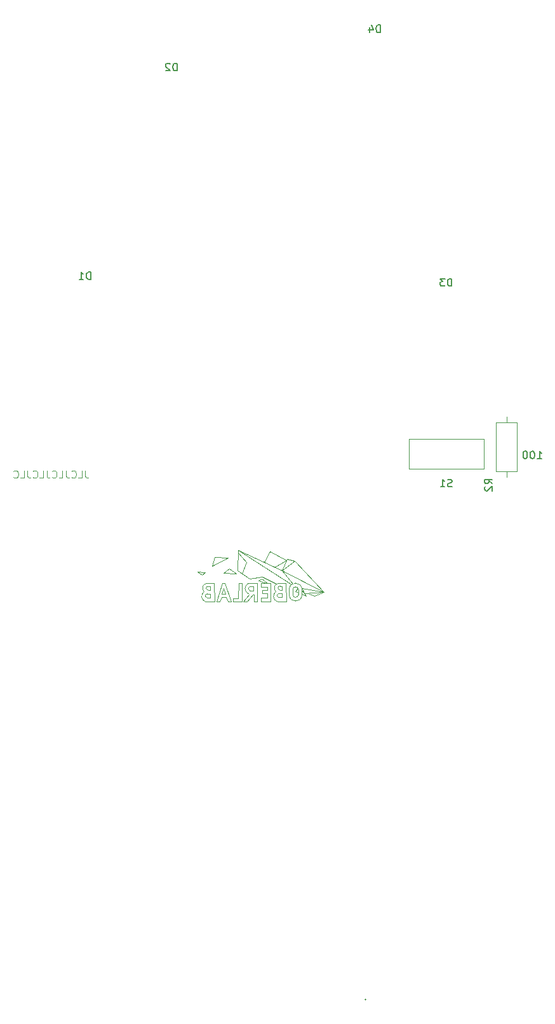
<source format=gbr>
%TF.GenerationSoftware,KiCad,Pcbnew,9.0.6*%
%TF.CreationDate,2025-11-21T09:20:11+01:00*%
%TF.ProjectId,BL_Santa,424c5f53-616e-4746-912e-6b696361645f,rev?*%
%TF.SameCoordinates,Original*%
%TF.FileFunction,Legend,Bot*%
%TF.FilePolarity,Positive*%
%FSLAX46Y46*%
G04 Gerber Fmt 4.6, Leading zero omitted, Abs format (unit mm)*
G04 Created by KiCad (PCBNEW 9.0.6) date 2025-11-21 09:20:11*
%MOMM*%
%LPD*%
G01*
G04 APERTURE LIST*
%ADD10C,0.100000*%
%ADD11C,0.150000*%
%ADD12C,0.120000*%
%ADD13C,0.050000*%
%ADD14C,0.010000*%
G04 APERTURE END LIST*
D10*
X125860401Y-120222419D02*
X125860401Y-120936704D01*
X125860401Y-120936704D02*
X125908020Y-121079561D01*
X125908020Y-121079561D02*
X126003258Y-121174800D01*
X126003258Y-121174800D02*
X126146115Y-121222419D01*
X126146115Y-121222419D02*
X126241353Y-121222419D01*
X124908020Y-121222419D02*
X125384210Y-121222419D01*
X125384210Y-121222419D02*
X125384210Y-120222419D01*
X124003258Y-121127180D02*
X124050877Y-121174800D01*
X124050877Y-121174800D02*
X124193734Y-121222419D01*
X124193734Y-121222419D02*
X124288972Y-121222419D01*
X124288972Y-121222419D02*
X124431829Y-121174800D01*
X124431829Y-121174800D02*
X124527067Y-121079561D01*
X124527067Y-121079561D02*
X124574686Y-120984323D01*
X124574686Y-120984323D02*
X124622305Y-120793847D01*
X124622305Y-120793847D02*
X124622305Y-120650990D01*
X124622305Y-120650990D02*
X124574686Y-120460514D01*
X124574686Y-120460514D02*
X124527067Y-120365276D01*
X124527067Y-120365276D02*
X124431829Y-120270038D01*
X124431829Y-120270038D02*
X124288972Y-120222419D01*
X124288972Y-120222419D02*
X124193734Y-120222419D01*
X124193734Y-120222419D02*
X124050877Y-120270038D01*
X124050877Y-120270038D02*
X124003258Y-120317657D01*
X123288972Y-120222419D02*
X123288972Y-120936704D01*
X123288972Y-120936704D02*
X123336591Y-121079561D01*
X123336591Y-121079561D02*
X123431829Y-121174800D01*
X123431829Y-121174800D02*
X123574686Y-121222419D01*
X123574686Y-121222419D02*
X123669924Y-121222419D01*
X122336591Y-121222419D02*
X122812781Y-121222419D01*
X122812781Y-121222419D02*
X122812781Y-120222419D01*
X121431829Y-121127180D02*
X121479448Y-121174800D01*
X121479448Y-121174800D02*
X121622305Y-121222419D01*
X121622305Y-121222419D02*
X121717543Y-121222419D01*
X121717543Y-121222419D02*
X121860400Y-121174800D01*
X121860400Y-121174800D02*
X121955638Y-121079561D01*
X121955638Y-121079561D02*
X122003257Y-120984323D01*
X122003257Y-120984323D02*
X122050876Y-120793847D01*
X122050876Y-120793847D02*
X122050876Y-120650990D01*
X122050876Y-120650990D02*
X122003257Y-120460514D01*
X122003257Y-120460514D02*
X121955638Y-120365276D01*
X121955638Y-120365276D02*
X121860400Y-120270038D01*
X121860400Y-120270038D02*
X121717543Y-120222419D01*
X121717543Y-120222419D02*
X121622305Y-120222419D01*
X121622305Y-120222419D02*
X121479448Y-120270038D01*
X121479448Y-120270038D02*
X121431829Y-120317657D01*
X120717543Y-120222419D02*
X120717543Y-120936704D01*
X120717543Y-120936704D02*
X120765162Y-121079561D01*
X120765162Y-121079561D02*
X120860400Y-121174800D01*
X120860400Y-121174800D02*
X121003257Y-121222419D01*
X121003257Y-121222419D02*
X121098495Y-121222419D01*
X119765162Y-121222419D02*
X120241352Y-121222419D01*
X120241352Y-121222419D02*
X120241352Y-120222419D01*
X118860400Y-121127180D02*
X118908019Y-121174800D01*
X118908019Y-121174800D02*
X119050876Y-121222419D01*
X119050876Y-121222419D02*
X119146114Y-121222419D01*
X119146114Y-121222419D02*
X119288971Y-121174800D01*
X119288971Y-121174800D02*
X119384209Y-121079561D01*
X119384209Y-121079561D02*
X119431828Y-120984323D01*
X119431828Y-120984323D02*
X119479447Y-120793847D01*
X119479447Y-120793847D02*
X119479447Y-120650990D01*
X119479447Y-120650990D02*
X119431828Y-120460514D01*
X119431828Y-120460514D02*
X119384209Y-120365276D01*
X119384209Y-120365276D02*
X119288971Y-120270038D01*
X119288971Y-120270038D02*
X119146114Y-120222419D01*
X119146114Y-120222419D02*
X119050876Y-120222419D01*
X119050876Y-120222419D02*
X118908019Y-120270038D01*
X118908019Y-120270038D02*
X118860400Y-120317657D01*
X118146114Y-120222419D02*
X118146114Y-120936704D01*
X118146114Y-120936704D02*
X118193733Y-121079561D01*
X118193733Y-121079561D02*
X118288971Y-121174800D01*
X118288971Y-121174800D02*
X118431828Y-121222419D01*
X118431828Y-121222419D02*
X118527066Y-121222419D01*
X117193733Y-121222419D02*
X117669923Y-121222419D01*
X117669923Y-121222419D02*
X117669923Y-120222419D01*
X116288971Y-121127180D02*
X116336590Y-121174800D01*
X116336590Y-121174800D02*
X116479447Y-121222419D01*
X116479447Y-121222419D02*
X116574685Y-121222419D01*
X116574685Y-121222419D02*
X116717542Y-121174800D01*
X116717542Y-121174800D02*
X116812780Y-121079561D01*
X116812780Y-121079561D02*
X116860399Y-120984323D01*
X116860399Y-120984323D02*
X116908018Y-120793847D01*
X116908018Y-120793847D02*
X116908018Y-120650990D01*
X116908018Y-120650990D02*
X116860399Y-120460514D01*
X116860399Y-120460514D02*
X116812780Y-120365276D01*
X116812780Y-120365276D02*
X116717542Y-120270038D01*
X116717542Y-120270038D02*
X116574685Y-120222419D01*
X116574685Y-120222419D02*
X116479447Y-120222419D01*
X116479447Y-120222419D02*
X116336590Y-120270038D01*
X116336590Y-120270038D02*
X116288971Y-120317657D01*
D11*
X126543094Y-94754819D02*
X126543094Y-93754819D01*
X126543094Y-93754819D02*
X126304999Y-93754819D01*
X126304999Y-93754819D02*
X126162142Y-93802438D01*
X126162142Y-93802438D02*
X126066904Y-93897676D01*
X126066904Y-93897676D02*
X126019285Y-93992914D01*
X126019285Y-93992914D02*
X125971666Y-94183390D01*
X125971666Y-94183390D02*
X125971666Y-94326247D01*
X125971666Y-94326247D02*
X126019285Y-94516723D01*
X126019285Y-94516723D02*
X126066904Y-94611961D01*
X126066904Y-94611961D02*
X126162142Y-94707200D01*
X126162142Y-94707200D02*
X126304999Y-94754819D01*
X126304999Y-94754819D02*
X126543094Y-94754819D01*
X125019285Y-94754819D02*
X125590713Y-94754819D01*
X125304999Y-94754819D02*
X125304999Y-93754819D01*
X125304999Y-93754819D02*
X125400237Y-93897676D01*
X125400237Y-93897676D02*
X125495475Y-93992914D01*
X125495475Y-93992914D02*
X125590713Y-94040533D01*
X174698094Y-95654819D02*
X174698094Y-94654819D01*
X174698094Y-94654819D02*
X174459999Y-94654819D01*
X174459999Y-94654819D02*
X174317142Y-94702438D01*
X174317142Y-94702438D02*
X174221904Y-94797676D01*
X174221904Y-94797676D02*
X174174285Y-94892914D01*
X174174285Y-94892914D02*
X174126666Y-95083390D01*
X174126666Y-95083390D02*
X174126666Y-95226247D01*
X174126666Y-95226247D02*
X174174285Y-95416723D01*
X174174285Y-95416723D02*
X174221904Y-95511961D01*
X174221904Y-95511961D02*
X174317142Y-95607200D01*
X174317142Y-95607200D02*
X174459999Y-95654819D01*
X174459999Y-95654819D02*
X174698094Y-95654819D01*
X173793332Y-94654819D02*
X173174285Y-94654819D01*
X173174285Y-94654819D02*
X173507618Y-95035771D01*
X173507618Y-95035771D02*
X173364761Y-95035771D01*
X173364761Y-95035771D02*
X173269523Y-95083390D01*
X173269523Y-95083390D02*
X173221904Y-95131009D01*
X173221904Y-95131009D02*
X173174285Y-95226247D01*
X173174285Y-95226247D02*
X173174285Y-95464342D01*
X173174285Y-95464342D02*
X173221904Y-95559580D01*
X173221904Y-95559580D02*
X173269523Y-95607200D01*
X173269523Y-95607200D02*
X173364761Y-95654819D01*
X173364761Y-95654819D02*
X173650475Y-95654819D01*
X173650475Y-95654819D02*
X173745713Y-95607200D01*
X173745713Y-95607200D02*
X173793332Y-95559580D01*
X165188094Y-61854819D02*
X165188094Y-60854819D01*
X165188094Y-60854819D02*
X164949999Y-60854819D01*
X164949999Y-60854819D02*
X164807142Y-60902438D01*
X164807142Y-60902438D02*
X164711904Y-60997676D01*
X164711904Y-60997676D02*
X164664285Y-61092914D01*
X164664285Y-61092914D02*
X164616666Y-61283390D01*
X164616666Y-61283390D02*
X164616666Y-61426247D01*
X164616666Y-61426247D02*
X164664285Y-61616723D01*
X164664285Y-61616723D02*
X164711904Y-61711961D01*
X164711904Y-61711961D02*
X164807142Y-61807200D01*
X164807142Y-61807200D02*
X164949999Y-61854819D01*
X164949999Y-61854819D02*
X165188094Y-61854819D01*
X163759523Y-61188152D02*
X163759523Y-61854819D01*
X163997618Y-60807200D02*
X164235713Y-61521485D01*
X164235713Y-61521485D02*
X163616666Y-61521485D01*
X138088094Y-66954819D02*
X138088094Y-65954819D01*
X138088094Y-65954819D02*
X137849999Y-65954819D01*
X137849999Y-65954819D02*
X137707142Y-66002438D01*
X137707142Y-66002438D02*
X137611904Y-66097676D01*
X137611904Y-66097676D02*
X137564285Y-66192914D01*
X137564285Y-66192914D02*
X137516666Y-66383390D01*
X137516666Y-66383390D02*
X137516666Y-66526247D01*
X137516666Y-66526247D02*
X137564285Y-66716723D01*
X137564285Y-66716723D02*
X137611904Y-66811961D01*
X137611904Y-66811961D02*
X137707142Y-66907200D01*
X137707142Y-66907200D02*
X137849999Y-66954819D01*
X137849999Y-66954819D02*
X138088094Y-66954819D01*
X137135713Y-66050057D02*
X137088094Y-66002438D01*
X137088094Y-66002438D02*
X136992856Y-65954819D01*
X136992856Y-65954819D02*
X136754761Y-65954819D01*
X136754761Y-65954819D02*
X136659523Y-66002438D01*
X136659523Y-66002438D02*
X136611904Y-66050057D01*
X136611904Y-66050057D02*
X136564285Y-66145295D01*
X136564285Y-66145295D02*
X136564285Y-66240533D01*
X136564285Y-66240533D02*
X136611904Y-66383390D01*
X136611904Y-66383390D02*
X137183332Y-66954819D01*
X137183332Y-66954819D02*
X136564285Y-66954819D01*
X174723804Y-122369100D02*
X174580947Y-122416719D01*
X174580947Y-122416719D02*
X174342852Y-122416719D01*
X174342852Y-122416719D02*
X174247614Y-122369100D01*
X174247614Y-122369100D02*
X174199995Y-122321480D01*
X174199995Y-122321480D02*
X174152376Y-122226242D01*
X174152376Y-122226242D02*
X174152376Y-122131004D01*
X174152376Y-122131004D02*
X174199995Y-122035766D01*
X174199995Y-122035766D02*
X174247614Y-121988147D01*
X174247614Y-121988147D02*
X174342852Y-121940528D01*
X174342852Y-121940528D02*
X174533328Y-121892909D01*
X174533328Y-121892909D02*
X174628566Y-121845290D01*
X174628566Y-121845290D02*
X174676185Y-121797671D01*
X174676185Y-121797671D02*
X174723804Y-121702433D01*
X174723804Y-121702433D02*
X174723804Y-121607195D01*
X174723804Y-121607195D02*
X174676185Y-121511957D01*
X174676185Y-121511957D02*
X174628566Y-121464338D01*
X174628566Y-121464338D02*
X174533328Y-121416719D01*
X174533328Y-121416719D02*
X174295233Y-121416719D01*
X174295233Y-121416719D02*
X174152376Y-121464338D01*
X173199995Y-122416719D02*
X173771423Y-122416719D01*
X173485709Y-122416719D02*
X173485709Y-121416719D01*
X173485709Y-121416719D02*
X173580947Y-121559576D01*
X173580947Y-121559576D02*
X173676185Y-121654814D01*
X173676185Y-121654814D02*
X173771423Y-121702433D01*
X180104819Y-121983333D02*
X179628628Y-121650000D01*
X180104819Y-121411905D02*
X179104819Y-121411905D01*
X179104819Y-121411905D02*
X179104819Y-121792857D01*
X179104819Y-121792857D02*
X179152438Y-121888095D01*
X179152438Y-121888095D02*
X179200057Y-121935714D01*
X179200057Y-121935714D02*
X179295295Y-121983333D01*
X179295295Y-121983333D02*
X179438152Y-121983333D01*
X179438152Y-121983333D02*
X179533390Y-121935714D01*
X179533390Y-121935714D02*
X179581009Y-121888095D01*
X179581009Y-121888095D02*
X179628628Y-121792857D01*
X179628628Y-121792857D02*
X179628628Y-121411905D01*
X179200057Y-122364286D02*
X179152438Y-122411905D01*
X179152438Y-122411905D02*
X179104819Y-122507143D01*
X179104819Y-122507143D02*
X179104819Y-122745238D01*
X179104819Y-122745238D02*
X179152438Y-122840476D01*
X179152438Y-122840476D02*
X179200057Y-122888095D01*
X179200057Y-122888095D02*
X179295295Y-122935714D01*
X179295295Y-122935714D02*
X179390533Y-122935714D01*
X179390533Y-122935714D02*
X179533390Y-122888095D01*
X179533390Y-122888095D02*
X180104819Y-122316667D01*
X180104819Y-122316667D02*
X180104819Y-122935714D01*
X186116666Y-118654819D02*
X186688094Y-118654819D01*
X186402380Y-118654819D02*
X186402380Y-117654819D01*
X186402380Y-117654819D02*
X186497618Y-117797676D01*
X186497618Y-117797676D02*
X186592856Y-117892914D01*
X186592856Y-117892914D02*
X186688094Y-117940533D01*
X185497618Y-117654819D02*
X185402380Y-117654819D01*
X185402380Y-117654819D02*
X185307142Y-117702438D01*
X185307142Y-117702438D02*
X185259523Y-117750057D01*
X185259523Y-117750057D02*
X185211904Y-117845295D01*
X185211904Y-117845295D02*
X185164285Y-118035771D01*
X185164285Y-118035771D02*
X185164285Y-118273866D01*
X185164285Y-118273866D02*
X185211904Y-118464342D01*
X185211904Y-118464342D02*
X185259523Y-118559580D01*
X185259523Y-118559580D02*
X185307142Y-118607200D01*
X185307142Y-118607200D02*
X185402380Y-118654819D01*
X185402380Y-118654819D02*
X185497618Y-118654819D01*
X185497618Y-118654819D02*
X185592856Y-118607200D01*
X185592856Y-118607200D02*
X185640475Y-118559580D01*
X185640475Y-118559580D02*
X185688094Y-118464342D01*
X185688094Y-118464342D02*
X185735713Y-118273866D01*
X185735713Y-118273866D02*
X185735713Y-118035771D01*
X185735713Y-118035771D02*
X185688094Y-117845295D01*
X185688094Y-117845295D02*
X185640475Y-117750057D01*
X185640475Y-117750057D02*
X185592856Y-117702438D01*
X185592856Y-117702438D02*
X185497618Y-117654819D01*
X184545237Y-117654819D02*
X184449999Y-117654819D01*
X184449999Y-117654819D02*
X184354761Y-117702438D01*
X184354761Y-117702438D02*
X184307142Y-117750057D01*
X184307142Y-117750057D02*
X184259523Y-117845295D01*
X184259523Y-117845295D02*
X184211904Y-118035771D01*
X184211904Y-118035771D02*
X184211904Y-118273866D01*
X184211904Y-118273866D02*
X184259523Y-118464342D01*
X184259523Y-118464342D02*
X184307142Y-118559580D01*
X184307142Y-118559580D02*
X184354761Y-118607200D01*
X184354761Y-118607200D02*
X184449999Y-118654819D01*
X184449999Y-118654819D02*
X184545237Y-118654819D01*
X184545237Y-118654819D02*
X184640475Y-118607200D01*
X184640475Y-118607200D02*
X184688094Y-118559580D01*
X184688094Y-118559580D02*
X184735713Y-118464342D01*
X184735713Y-118464342D02*
X184783332Y-118273866D01*
X184783332Y-118273866D02*
X184783332Y-118035771D01*
X184783332Y-118035771D02*
X184735713Y-117845295D01*
X184735713Y-117845295D02*
X184688094Y-117750057D01*
X184688094Y-117750057D02*
X184640475Y-117702438D01*
X184640475Y-117702438D02*
X184545237Y-117654819D01*
D12*
%TO.C,S1*%
X169034300Y-119968500D02*
X178991100Y-119968500D01*
X169034300Y-116031500D02*
X169008900Y-119968500D01*
X178991100Y-119968500D02*
X178991100Y-116031500D01*
X178991100Y-116031500D02*
X169034300Y-116031500D01*
%TO.C,R2*%
X182000000Y-113040000D02*
X182000000Y-113810000D01*
X182000000Y-121120000D02*
X182000000Y-120350000D01*
X180630000Y-113810000D02*
X183370000Y-113810000D01*
X183370000Y-120350000D01*
X180630000Y-120350000D01*
X180630000Y-113810000D01*
D13*
%TO.C,G\u002A\u002A\u002A*%
X140784000Y-133688000D02*
X141359000Y-134163000D01*
X141359000Y-134163000D02*
X141784000Y-133838000D01*
X141784000Y-133838000D02*
X140784000Y-133688000D01*
D12*
X142109000Y-135276605D02*
X143009000Y-135263000D01*
X142508999Y-136658050D02*
X142108999Y-136658050D01*
X142509000Y-135663000D02*
X142259000Y-135663000D01*
X142509000Y-135713000D02*
X142509000Y-136163000D01*
X142509000Y-136163000D02*
X142209000Y-136163000D01*
X142509000Y-136663000D02*
X142509000Y-137163000D01*
X142509000Y-137163000D02*
X142059000Y-137163000D01*
D13*
X142734000Y-132963000D02*
X143084000Y-131788000D01*
D12*
X143009000Y-135263000D02*
X143059000Y-137713000D01*
X143059000Y-137713000D02*
X141859000Y-137713000D01*
D13*
X143084000Y-131788000D02*
X144884000Y-131838000D01*
D12*
X143334000Y-137713000D02*
X144109000Y-135263000D01*
X143734000Y-137713000D02*
X143334000Y-137713000D01*
X143984000Y-137113000D02*
X143734000Y-137713000D01*
X144059000Y-136713000D02*
X144284000Y-135963000D01*
X144109000Y-135263000D02*
X144434000Y-135263000D01*
X144284000Y-135963000D02*
X144559000Y-136713000D01*
D13*
X144309000Y-133888000D02*
X145984000Y-133988000D01*
D12*
X144434000Y-135263000D02*
X145334000Y-137713000D01*
X144559000Y-136713000D02*
X144059000Y-136713000D01*
X144584000Y-137113000D02*
X143984000Y-137113000D01*
X144834000Y-137713000D02*
X144584000Y-137113000D01*
X144834000Y-137713000D02*
X145334000Y-137713000D01*
D13*
X144884000Y-131838000D02*
X142734000Y-132963000D01*
X145009000Y-133313000D02*
X144309000Y-133888000D01*
D12*
X145509000Y-137238000D02*
X145509000Y-137688000D01*
X145509000Y-137688000D02*
X146759000Y-137688000D01*
D13*
X146009000Y-133988000D02*
X145009000Y-133313000D01*
X146159000Y-133538000D02*
X147784000Y-134663000D01*
X146209000Y-131213000D02*
X147334000Y-132438000D01*
X146234000Y-130813000D02*
X146159000Y-133538000D01*
D12*
X146259000Y-137238000D02*
X145509000Y-137238000D01*
X146284000Y-135238000D02*
X146259000Y-137238000D01*
X146734000Y-135238000D02*
X146284000Y-135238000D01*
X146759000Y-137688000D02*
X146734000Y-135238000D01*
X146934000Y-137688000D02*
X147634000Y-136738000D01*
X147034000Y-137688000D02*
X146934000Y-137688000D01*
D13*
X147334000Y-132438000D02*
X146759000Y-133938000D01*
D12*
X147434000Y-137688000D02*
X147034000Y-137688000D01*
X147675269Y-135232594D02*
X148784000Y-135238000D01*
D13*
X147784000Y-134663000D02*
X149459000Y-134438000D01*
D12*
X147834000Y-135688000D02*
X148284000Y-135688000D01*
X148184000Y-136738000D02*
X147434000Y-137688000D01*
X148284000Y-135688000D02*
X148284000Y-136238000D01*
X148284000Y-136238000D02*
X147784000Y-136238000D01*
X148334000Y-136738000D02*
X148184000Y-136738000D01*
X148334000Y-137688000D02*
X148334000Y-136738000D01*
X148784000Y-135238000D02*
X148784000Y-137688000D01*
X148784000Y-137688000D02*
X148334000Y-137688000D01*
D13*
X148934000Y-134888000D02*
X149909000Y-135238000D01*
D12*
X149234000Y-135238000D02*
X150534000Y-135238000D01*
X149234000Y-135738000D02*
X149234000Y-135238000D01*
X149234000Y-137188000D02*
X150084000Y-137188000D01*
X149234000Y-137688000D02*
X149234000Y-137188000D01*
D13*
X149334000Y-134613000D02*
X148934000Y-134888000D01*
D12*
X149434000Y-136188000D02*
X150084000Y-136188000D01*
X149434000Y-136638000D02*
X149434000Y-136188000D01*
D13*
X149459000Y-134438000D02*
X151284000Y-135338000D01*
X149709000Y-132438000D02*
X146234000Y-130813000D01*
X149709000Y-132438000D02*
X152034000Y-133588000D01*
D12*
X150084000Y-135738000D02*
X149234000Y-135738000D01*
X150084000Y-136188000D02*
X150084000Y-135738000D01*
X150084000Y-136638000D02*
X149434000Y-136638000D01*
X150084000Y-137188000D02*
X150084000Y-136638000D01*
D13*
X150109000Y-135213000D02*
X149334000Y-134613000D01*
X150459000Y-131013000D02*
X149709000Y-132438000D01*
X150459000Y-131013000D02*
X152659000Y-132188000D01*
D12*
X150484000Y-137688000D02*
X149234000Y-137688000D01*
X150534000Y-135238000D02*
X150584000Y-137688000D01*
X150584000Y-137688000D02*
X150484000Y-137688000D01*
X151684000Y-135251605D02*
X152584000Y-135238000D01*
D13*
X152034000Y-133588000D02*
X153509000Y-135313000D01*
X152034000Y-133588000D02*
X157684000Y-136438000D01*
D12*
X152083999Y-136633050D02*
X151683999Y-136633050D01*
X152084000Y-135638000D02*
X151834000Y-135638000D01*
X152084000Y-135688000D02*
X152084000Y-136138000D01*
X152084000Y-136138000D02*
X151784000Y-136138000D01*
X152084000Y-136638000D02*
X152084000Y-137138000D01*
X152084000Y-137138000D02*
X151634000Y-137138000D01*
X152584000Y-135238000D02*
X152634000Y-137688000D01*
X152634000Y-137688000D02*
X151434000Y-137688000D01*
D13*
X152659000Y-132188000D02*
X151084000Y-133088000D01*
X152759000Y-132013000D02*
X152034000Y-133588000D01*
D12*
X153034000Y-136088000D02*
X153034000Y-136788000D01*
D13*
X153334000Y-135413000D02*
X146234000Y-130813000D01*
D12*
X153534000Y-136088000D02*
X153534000Y-136738000D01*
D13*
X153784000Y-132263000D02*
X152034000Y-133588000D01*
X153784000Y-132263000D02*
X152759000Y-132013000D01*
X153859000Y-136338000D02*
X154234000Y-136513000D01*
X154184000Y-135938000D02*
X153859000Y-136338000D01*
D12*
X154234000Y-136088000D02*
X154234000Y-136788000D01*
D13*
X154734000Y-136688000D02*
X155284000Y-136963000D01*
D12*
X154734000Y-136788000D02*
X154734000Y-136088000D01*
D13*
X154784000Y-135963000D02*
X155009000Y-136588000D01*
X155009000Y-136588000D02*
X157684000Y-136438000D01*
X155284000Y-136963000D02*
X154709000Y-136163000D01*
X156359000Y-136913000D02*
X155534000Y-136563000D01*
X157684000Y-136438000D02*
X153784000Y-132263000D01*
X157684000Y-136438000D02*
X154784000Y-135963000D01*
X157684000Y-136438000D02*
X156359000Y-136913000D01*
D12*
X141659001Y-136362999D02*
G75*
G02*
X142109000Y-135276605I449999J449999D01*
G01*
X141859001Y-137712999D02*
G75*
G02*
X141682744Y-136404063I249998J699999D01*
G01*
X142059001Y-137162999D02*
G75*
G02*
X142108999Y-136658050I49999J249999D01*
G01*
X142209000Y-136163000D02*
G75*
G02*
X142269634Y-135670464I0J250000D01*
G01*
X147659001Y-136687999D02*
G75*
G02*
X147675269Y-135232594I249999J724999D01*
G01*
X147784001Y-136237999D02*
G75*
G02*
X147784001Y-135688001I124999J274999D01*
G01*
X151234001Y-136337999D02*
G75*
G02*
X151684000Y-135251605I449999J449999D01*
G01*
X151434001Y-137687999D02*
G75*
G02*
X151257744Y-136379063I249998J699999D01*
G01*
X151634001Y-137137999D02*
G75*
G02*
X151683999Y-136633050I49999J249999D01*
G01*
X151784000Y-136138000D02*
G75*
G02*
X151844634Y-135645464I0J250000D01*
G01*
X153034000Y-136088000D02*
G75*
G02*
X154734000Y-136088000I850000J0D01*
G01*
X153534000Y-136088000D02*
G75*
G02*
X154234000Y-136088000I350000J0D01*
G01*
X154234000Y-136788000D02*
G75*
G02*
X153534000Y-136788000I-350000J0D01*
G01*
X154734000Y-136788000D02*
G75*
G02*
X153034000Y-136788000I-850000J0D01*
G01*
D14*
X163231361Y-190683226D02*
X163167542Y-190747045D01*
X163103723Y-190683226D01*
X163167542Y-190619407D01*
X163231361Y-190683226D01*
G36*
X163231361Y-190683226D02*
G01*
X163167542Y-190747045D01*
X163103723Y-190683226D01*
X163167542Y-190619407D01*
X163231361Y-190683226D01*
G37*
%TD*%
M02*

</source>
